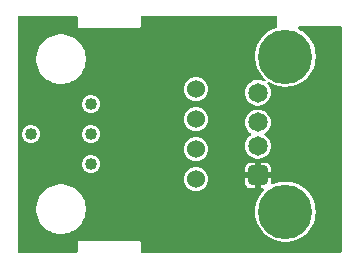
<source format=gbr>
G04 #@! TF.GenerationSoftware,KiCad,Pcbnew,8.0.6*
G04 #@! TF.CreationDate,2025-01-19T08:52:11-05:00*
G04 #@! TF.ProjectId,usbabrkout,75736261-6272-46b6-9f75-742e6b696361,v1.0.0*
G04 #@! TF.SameCoordinates,Original*
G04 #@! TF.FileFunction,Copper,L3,Inr*
G04 #@! TF.FilePolarity,Positive*
%FSLAX46Y46*%
G04 Gerber Fmt 4.6, Leading zero omitted, Abs format (unit mm)*
G04 Created by KiCad (PCBNEW 8.0.6) date 2025-01-19 08:52:11*
%MOMM*%
%LPD*%
G01*
G04 APERTURE LIST*
G04 Aperture macros list*
%AMRoundRect*
0 Rectangle with rounded corners*
0 $1 Rounding radius*
0 $2 $3 $4 $5 $6 $7 $8 $9 X,Y pos of 4 corners*
0 Add a 4 corners polygon primitive as box body*
4,1,4,$2,$3,$4,$5,$6,$7,$8,$9,$2,$3,0*
0 Add four circle primitives for the rounded corners*
1,1,$1+$1,$2,$3*
1,1,$1+$1,$4,$5*
1,1,$1+$1,$6,$7*
1,1,$1+$1,$8,$9*
0 Add four rect primitives between the rounded corners*
20,1,$1+$1,$2,$3,$4,$5,0*
20,1,$1+$1,$4,$5,$6,$7,0*
20,1,$1+$1,$6,$7,$8,$9,0*
20,1,$1+$1,$8,$9,$2,$3,0*%
G04 Aperture macros list end*
G04 #@! TA.AperFunction,ComponentPad*
%ADD10RoundRect,0.250000X0.575500X-0.575500X0.575500X0.575500X-0.575500X0.575500X-0.575500X-0.575500X0*%
G04 #@! TD*
G04 #@! TA.AperFunction,ComponentPad*
%ADD11C,1.651000*%
G04 #@! TD*
G04 #@! TA.AperFunction,ComponentPad*
%ADD12C,4.600000*%
G04 #@! TD*
G04 #@! TA.AperFunction,ComponentPad*
%ADD13C,1.016000*%
G04 #@! TD*
G04 #@! TA.AperFunction,ComponentPad*
%ADD14C,1.524000*%
G04 #@! TD*
G04 #@! TA.AperFunction,ViaPad*
%ADD15C,1.524000*%
G04 #@! TD*
G04 APERTURE END LIST*
D10*
X148750000Y-105100000D03*
D11*
X148750000Y-102600000D03*
X148750000Y-100600000D03*
X148750000Y-98100000D03*
D12*
X151080000Y-108170000D03*
X151080000Y-95030000D03*
D13*
X129540000Y-101600000D03*
X134620000Y-101600000D03*
X134620000Y-99060000D03*
X134620000Y-104140000D03*
D14*
X143510000Y-105410000D03*
X143510000Y-102870000D03*
X143510000Y-100330000D03*
X143510000Y-97790000D03*
D15*
X139700000Y-101600000D03*
G04 #@! TA.AperFunction,Conductor*
G36*
X133418621Y-91587502D02*
G01*
X133465114Y-91641158D01*
X133476500Y-91693500D01*
X133476500Y-92481361D01*
X133495911Y-92528224D01*
X133531775Y-92564088D01*
X133531776Y-92564088D01*
X133531777Y-92564089D01*
X133578639Y-92583500D01*
X138709361Y-92583500D01*
X138756223Y-92564089D01*
X138792089Y-92528223D01*
X138811500Y-92481361D01*
X138811500Y-91693500D01*
X138831502Y-91625379D01*
X138885158Y-91578886D01*
X138937500Y-91567500D01*
X150226500Y-91567500D01*
X150294621Y-91587502D01*
X150341114Y-91641158D01*
X150352500Y-91693500D01*
X150352500Y-92375361D01*
X150373435Y-92425903D01*
X150381024Y-92496493D01*
X150349245Y-92559980D01*
X150292564Y-92593674D01*
X150292910Y-92594738D01*
X150289141Y-92595962D01*
X149990305Y-92714280D01*
X149708658Y-92869116D01*
X149448644Y-93058028D01*
X149448643Y-93058028D01*
X149214356Y-93278039D01*
X149214346Y-93278050D01*
X149009484Y-93525685D01*
X149009482Y-93525688D01*
X148837277Y-93797040D01*
X148837269Y-93797054D01*
X148700430Y-94087853D01*
X148700426Y-94087862D01*
X148601111Y-94393520D01*
X148601108Y-94393533D01*
X148540884Y-94709240D01*
X148520704Y-95029994D01*
X148520704Y-95030005D01*
X148540884Y-95350759D01*
X148540884Y-95350763D01*
X148540885Y-95350765D01*
X148547870Y-95387381D01*
X148601108Y-95666466D01*
X148601111Y-95666479D01*
X148700426Y-95972137D01*
X148700430Y-95972146D01*
X148837269Y-96262945D01*
X148837277Y-96262959D01*
X149009482Y-96534311D01*
X149009484Y-96534314D01*
X149009486Y-96534316D01*
X149214354Y-96781959D01*
X149358654Y-96917466D01*
X149394619Y-96978678D01*
X149391781Y-97049618D01*
X149351041Y-97107762D01*
X149285333Y-97134650D01*
X149226885Y-97126807D01*
X149046753Y-97057023D01*
X148981185Y-97044766D01*
X148850053Y-97020254D01*
X148649947Y-97020254D01*
X148492862Y-97049618D01*
X148453243Y-97057024D01*
X148266660Y-97129307D01*
X148266653Y-97129310D01*
X148096517Y-97234653D01*
X147948637Y-97369463D01*
X147828049Y-97529149D01*
X147738851Y-97708284D01*
X147684091Y-97900745D01*
X147665628Y-98100000D01*
X147684091Y-98299254D01*
X147738851Y-98491715D01*
X147738852Y-98491717D01*
X147738853Y-98491720D01*
X147828048Y-98670848D01*
X147828049Y-98670850D01*
X147948637Y-98830536D01*
X148096517Y-98965346D01*
X148096519Y-98965347D01*
X148096520Y-98965348D01*
X148266654Y-99070690D01*
X148453248Y-99142977D01*
X148649947Y-99179746D01*
X148649949Y-99179746D01*
X148850051Y-99179746D01*
X148850053Y-99179746D01*
X149046752Y-99142977D01*
X149233346Y-99070690D01*
X149403480Y-98965348D01*
X149551361Y-98830537D01*
X149671952Y-98670848D01*
X149761147Y-98491720D01*
X149815909Y-98299253D01*
X149834372Y-98100000D01*
X149815909Y-97900747D01*
X149761147Y-97708280D01*
X149671952Y-97529152D01*
X149671950Y-97529149D01*
X149564197Y-97386460D01*
X149539107Y-97320044D01*
X149553907Y-97250607D01*
X149603898Y-97200195D01*
X149673208Y-97184812D01*
X149725445Y-97200112D01*
X149990305Y-97345720D01*
X150289134Y-97464035D01*
X150289139Y-97464036D01*
X150289141Y-97464037D01*
X150289147Y-97464039D01*
X150527472Y-97525230D01*
X150600436Y-97543964D01*
X150600439Y-97543964D01*
X150600442Y-97543965D01*
X150919284Y-97584244D01*
X150919300Y-97584246D01*
X150919303Y-97584246D01*
X151240697Y-97584246D01*
X151240700Y-97584246D01*
X151392453Y-97565075D01*
X151559557Y-97543965D01*
X151559558Y-97543964D01*
X151559564Y-97543964D01*
X151724939Y-97501502D01*
X151870852Y-97464039D01*
X151870858Y-97464037D01*
X151870857Y-97464037D01*
X151870866Y-97464035D01*
X152169695Y-97345720D01*
X152451339Y-97190885D01*
X152711357Y-97001971D01*
X152945646Y-96781959D01*
X153150514Y-96534316D01*
X153322728Y-96262950D01*
X153459573Y-95972140D01*
X153558891Y-95666471D01*
X153619115Y-95350765D01*
X153630122Y-95175802D01*
X153639296Y-95030005D01*
X153639296Y-95029994D01*
X153627356Y-94840220D01*
X153619115Y-94709235D01*
X153558891Y-94393529D01*
X153459573Y-94087860D01*
X153322728Y-93797050D01*
X153150514Y-93525684D01*
X152945646Y-93278041D01*
X152711357Y-93058029D01*
X152711356Y-93058028D01*
X152451341Y-92869116D01*
X152410397Y-92846606D01*
X152169695Y-92714280D01*
X152169691Y-92714278D01*
X152169030Y-92713915D01*
X152118971Y-92663569D01*
X152104078Y-92594152D01*
X152129079Y-92527703D01*
X152186036Y-92485319D01*
X152229731Y-92477500D01*
X155746500Y-92477500D01*
X155814621Y-92497502D01*
X155861114Y-92551158D01*
X155872500Y-92603500D01*
X155872500Y-111506500D01*
X155852498Y-111574621D01*
X155798842Y-111621114D01*
X155746500Y-111632500D01*
X138937500Y-111632500D01*
X138869379Y-111612498D01*
X138822886Y-111558842D01*
X138811500Y-111506500D01*
X138811500Y-110718638D01*
X138792088Y-110671775D01*
X138756224Y-110635911D01*
X138709361Y-110616500D01*
X133629361Y-110616500D01*
X133578639Y-110616500D01*
X133531775Y-110635911D01*
X133495911Y-110671775D01*
X133476500Y-110718638D01*
X133476500Y-111506500D01*
X133456498Y-111574621D01*
X133402842Y-111621114D01*
X133350500Y-111632500D01*
X128523500Y-111632500D01*
X128455379Y-111612498D01*
X128408886Y-111558842D01*
X128397500Y-111506500D01*
X128397500Y-107812618D01*
X129984000Y-107812618D01*
X129984000Y-108087381D01*
X130019861Y-108359779D01*
X130019862Y-108359785D01*
X130019863Y-108359787D01*
X130090976Y-108625183D01*
X130196121Y-108879026D01*
X130196122Y-108879027D01*
X130196127Y-108879037D01*
X130333498Y-109116970D01*
X130333503Y-109116977D01*
X130500758Y-109334948D01*
X130500777Y-109334969D01*
X130695030Y-109529222D01*
X130695040Y-109529231D01*
X130695046Y-109529237D01*
X130695049Y-109529239D01*
X130695051Y-109529241D01*
X130913022Y-109696496D01*
X130913026Y-109696499D01*
X131150974Y-109833879D01*
X131404817Y-109939024D01*
X131670213Y-110010137D01*
X131670219Y-110010137D01*
X131670220Y-110010138D01*
X131701480Y-110014253D01*
X131942621Y-110046000D01*
X131942628Y-110046000D01*
X132217372Y-110046000D01*
X132217379Y-110046000D01*
X132489787Y-110010137D01*
X132755183Y-109939024D01*
X133009026Y-109833879D01*
X133246974Y-109696499D01*
X133464954Y-109529237D01*
X133659237Y-109334954D01*
X133826499Y-109116974D01*
X133963879Y-108879026D01*
X134069024Y-108625183D01*
X134140137Y-108359787D01*
X134176000Y-108087379D01*
X134176000Y-107812621D01*
X134140137Y-107540213D01*
X134069024Y-107274817D01*
X133963879Y-107020974D01*
X133826499Y-106783026D01*
X133659237Y-106565046D01*
X133659231Y-106565040D01*
X133659222Y-106565030D01*
X133464969Y-106370777D01*
X133464948Y-106370758D01*
X133246977Y-106203503D01*
X133246970Y-106203498D01*
X133009037Y-106066127D01*
X133009032Y-106066124D01*
X133009026Y-106066121D01*
X132755183Y-105960976D01*
X132489787Y-105889863D01*
X132489785Y-105889862D01*
X132489779Y-105889861D01*
X132217381Y-105854000D01*
X132217379Y-105854000D01*
X131942621Y-105854000D01*
X131942618Y-105854000D01*
X131670220Y-105889861D01*
X131404821Y-105960975D01*
X131404817Y-105960976D01*
X131150972Y-106066122D01*
X131150962Y-106066127D01*
X130913029Y-106203498D01*
X130913022Y-106203503D01*
X130695051Y-106370758D01*
X130695030Y-106370777D01*
X130500777Y-106565030D01*
X130500758Y-106565051D01*
X130333503Y-106783022D01*
X130333498Y-106783029D01*
X130196127Y-107020962D01*
X130196122Y-107020972D01*
X130090976Y-107274817D01*
X130090975Y-107274821D01*
X130019861Y-107540220D01*
X129984000Y-107812618D01*
X128397500Y-107812618D01*
X128397500Y-105409996D01*
X142488837Y-105409996D01*
X142488837Y-105410003D01*
X142508456Y-105609212D01*
X142508457Y-105609218D01*
X142508458Y-105609219D01*
X142566568Y-105800782D01*
X142660934Y-105977328D01*
X142787929Y-106132071D01*
X142942672Y-106259066D01*
X143119218Y-106353432D01*
X143310781Y-106411542D01*
X143310785Y-106411542D01*
X143310787Y-106411543D01*
X143509997Y-106431163D01*
X143510000Y-106431163D01*
X143510003Y-106431163D01*
X143709212Y-106411543D01*
X143709213Y-106411542D01*
X143709219Y-106411542D01*
X143900782Y-106353432D01*
X144077328Y-106259066D01*
X144232071Y-106132071D01*
X144359066Y-105977328D01*
X144453432Y-105800782D01*
X144511542Y-105609219D01*
X144531163Y-105410000D01*
X144531163Y-105409996D01*
X144511543Y-105210787D01*
X144511542Y-105210785D01*
X144511542Y-105210781D01*
X144453432Y-105019218D01*
X144359066Y-104842672D01*
X144232071Y-104687929D01*
X144077328Y-104560934D01*
X143919014Y-104476313D01*
X147670754Y-104476313D01*
X147670754Y-104846000D01*
X148365486Y-104846000D01*
X148321349Y-104922447D01*
X148290000Y-105039440D01*
X148290000Y-105160560D01*
X148321349Y-105277553D01*
X148365486Y-105354000D01*
X147670755Y-105354000D01*
X147670755Y-105723670D01*
X147670756Y-105723691D01*
X147677204Y-105783677D01*
X147677204Y-105783678D01*
X147727825Y-105919401D01*
X147814634Y-106035365D01*
X147930598Y-106122174D01*
X148066319Y-106172794D01*
X148066317Y-106172794D01*
X148126319Y-106179245D01*
X148496000Y-106179245D01*
X148496000Y-105484514D01*
X148572447Y-105528651D01*
X148689440Y-105560000D01*
X148810560Y-105560000D01*
X148927553Y-105528651D01*
X149004000Y-105484514D01*
X149004000Y-106179245D01*
X149150407Y-106179245D01*
X149218528Y-106199247D01*
X149265021Y-106252903D01*
X149275125Y-106323177D01*
X149245631Y-106387757D01*
X149236667Y-106397087D01*
X149221275Y-106411542D01*
X149214356Y-106418039D01*
X149214346Y-106418050D01*
X149009484Y-106665685D01*
X149009482Y-106665688D01*
X148837277Y-106937040D01*
X148837269Y-106937054D01*
X148700430Y-107227853D01*
X148700426Y-107227862D01*
X148601111Y-107533520D01*
X148601108Y-107533533D01*
X148540884Y-107849240D01*
X148520704Y-108169994D01*
X148520704Y-108170005D01*
X148540884Y-108490759D01*
X148601108Y-108806466D01*
X148601111Y-108806479D01*
X148700426Y-109112137D01*
X148700430Y-109112146D01*
X148837269Y-109402945D01*
X148837277Y-109402959D01*
X149009482Y-109674311D01*
X149009484Y-109674314D01*
X149009486Y-109674316D01*
X149214354Y-109921959D01*
X149448643Y-110141971D01*
X149708661Y-110330885D01*
X149990305Y-110485720D01*
X150289134Y-110604035D01*
X150289139Y-110604036D01*
X150289141Y-110604037D01*
X150289147Y-110604039D01*
X150527472Y-110665230D01*
X150600436Y-110683964D01*
X150600439Y-110683964D01*
X150600442Y-110683965D01*
X150874908Y-110718638D01*
X150919300Y-110724246D01*
X150919303Y-110724246D01*
X151240697Y-110724246D01*
X151240700Y-110724246D01*
X151392453Y-110705075D01*
X151559557Y-110683965D01*
X151559558Y-110683964D01*
X151559564Y-110683964D01*
X151746718Y-110635911D01*
X151870852Y-110604039D01*
X151870858Y-110604037D01*
X151870857Y-110604037D01*
X151870866Y-110604035D01*
X152169695Y-110485720D01*
X152451339Y-110330885D01*
X152711357Y-110141971D01*
X152945646Y-109921959D01*
X153150514Y-109674316D01*
X153322728Y-109402950D01*
X153459573Y-109112140D01*
X153558891Y-108806471D01*
X153619115Y-108490765D01*
X153639296Y-108170000D01*
X153634097Y-108087372D01*
X153619115Y-107849240D01*
X153619115Y-107849235D01*
X153558891Y-107533529D01*
X153459573Y-107227860D01*
X153322728Y-106937050D01*
X153322722Y-106937040D01*
X153150517Y-106665688D01*
X153150515Y-106665685D01*
X152945653Y-106418050D01*
X152945646Y-106418041D01*
X152711357Y-106198029D01*
X152620574Y-106132071D01*
X152451341Y-106009116D01*
X152363774Y-105960976D01*
X152169695Y-105854280D01*
X151870866Y-105735965D01*
X151870864Y-105735964D01*
X151870858Y-105735962D01*
X151870852Y-105735960D01*
X151559570Y-105656037D01*
X151559557Y-105656034D01*
X151240715Y-105615755D01*
X151240702Y-105615754D01*
X151240700Y-105615754D01*
X150919300Y-105615754D01*
X150919297Y-105615754D01*
X150919284Y-105615755D01*
X150600442Y-105656034D01*
X150600429Y-105656037D01*
X150289147Y-105735960D01*
X150289136Y-105735964D01*
X150001323Y-105849917D01*
X149930623Y-105856396D01*
X149867643Y-105823624D01*
X149832379Y-105762004D01*
X149829120Y-105726023D01*
X149829246Y-105723671D01*
X149829246Y-105354000D01*
X149134514Y-105354000D01*
X149178651Y-105277553D01*
X149210000Y-105160560D01*
X149210000Y-105039440D01*
X149178651Y-104922447D01*
X149134514Y-104846000D01*
X149829245Y-104846000D01*
X149829245Y-104476329D01*
X149829243Y-104476308D01*
X149822795Y-104416322D01*
X149822795Y-104416321D01*
X149772174Y-104280598D01*
X149685365Y-104164634D01*
X149569401Y-104077825D01*
X149433680Y-104027205D01*
X149433682Y-104027205D01*
X149373686Y-104020754D01*
X149004000Y-104020754D01*
X149004000Y-104715485D01*
X148927553Y-104671349D01*
X148810560Y-104640000D01*
X148689440Y-104640000D01*
X148572447Y-104671349D01*
X148496000Y-104715485D01*
X148496000Y-104020754D01*
X148126329Y-104020754D01*
X148126308Y-104020756D01*
X148066322Y-104027204D01*
X148066321Y-104027204D01*
X147930598Y-104077825D01*
X147814634Y-104164634D01*
X147727825Y-104280598D01*
X147677205Y-104416318D01*
X147670754Y-104476313D01*
X143919014Y-104476313D01*
X143900782Y-104466568D01*
X143709219Y-104408458D01*
X143709218Y-104408457D01*
X143709212Y-104408456D01*
X143510003Y-104388837D01*
X143509997Y-104388837D01*
X143310787Y-104408456D01*
X143119217Y-104466568D01*
X142942671Y-104560934D01*
X142787929Y-104687929D01*
X142660934Y-104842671D01*
X142566568Y-105019217D01*
X142508456Y-105210787D01*
X142488837Y-105409996D01*
X128397500Y-105409996D01*
X128397500Y-104140000D01*
X133852931Y-104140000D01*
X133872163Y-104310689D01*
X133872164Y-104310691D01*
X133928893Y-104472815D01*
X133928894Y-104472817D01*
X133928895Y-104472819D01*
X133984261Y-104560934D01*
X134020284Y-104618264D01*
X134141735Y-104739715D01*
X134141737Y-104739716D01*
X134141740Y-104739719D01*
X134287181Y-104831105D01*
X134449311Y-104887837D01*
X134620000Y-104907069D01*
X134790689Y-104887837D01*
X134952819Y-104831105D01*
X135098260Y-104739719D01*
X135219719Y-104618260D01*
X135311105Y-104472819D01*
X135367837Y-104310689D01*
X135387069Y-104140000D01*
X135367837Y-103969311D01*
X135311105Y-103807181D01*
X135219719Y-103661740D01*
X135219716Y-103661737D01*
X135219715Y-103661735D01*
X135098264Y-103540284D01*
X135098261Y-103540282D01*
X135098260Y-103540281D01*
X134952819Y-103448895D01*
X134952817Y-103448894D01*
X134952815Y-103448893D01*
X134844732Y-103411073D01*
X134790689Y-103392163D01*
X134620000Y-103372931D01*
X134449311Y-103392163D01*
X134449308Y-103392163D01*
X134449308Y-103392164D01*
X134287184Y-103448893D01*
X134141735Y-103540284D01*
X134020284Y-103661735D01*
X133928893Y-103807184D01*
X133899508Y-103891163D01*
X133872163Y-103969311D01*
X133852931Y-104140000D01*
X128397500Y-104140000D01*
X128397500Y-102869996D01*
X142488837Y-102869996D01*
X142488837Y-102870003D01*
X142508456Y-103069212D01*
X142508457Y-103069218D01*
X142508458Y-103069219D01*
X142566568Y-103260782D01*
X142660934Y-103437328D01*
X142787929Y-103592071D01*
X142942672Y-103719066D01*
X143119218Y-103813432D01*
X143310781Y-103871542D01*
X143310785Y-103871542D01*
X143310787Y-103871543D01*
X143509997Y-103891163D01*
X143510000Y-103891163D01*
X143510003Y-103891163D01*
X143709212Y-103871543D01*
X143709213Y-103871542D01*
X143709219Y-103871542D01*
X143900782Y-103813432D01*
X144077328Y-103719066D01*
X144232071Y-103592071D01*
X144359066Y-103437328D01*
X144453432Y-103260782D01*
X144511542Y-103069219D01*
X144519176Y-102991715D01*
X144531163Y-102870003D01*
X144531163Y-102869996D01*
X144511543Y-102670787D01*
X144511542Y-102670785D01*
X144511542Y-102670781D01*
X144453432Y-102479218D01*
X144359066Y-102302672D01*
X144232071Y-102147929D01*
X144077328Y-102020934D01*
X143900782Y-101926568D01*
X143709219Y-101868458D01*
X143709218Y-101868457D01*
X143709212Y-101868456D01*
X143510003Y-101848837D01*
X143509997Y-101848837D01*
X143310787Y-101868456D01*
X143119217Y-101926568D01*
X142942671Y-102020934D01*
X142787929Y-102147929D01*
X142660934Y-102302671D01*
X142566568Y-102479217D01*
X142508456Y-102670787D01*
X142488837Y-102869996D01*
X128397500Y-102869996D01*
X128397500Y-101600000D01*
X128772931Y-101600000D01*
X128792163Y-101770689D01*
X128792164Y-101770691D01*
X128848893Y-101932815D01*
X128848894Y-101932817D01*
X128848895Y-101932819D01*
X128904261Y-102020934D01*
X128940284Y-102078264D01*
X129061735Y-102199715D01*
X129061737Y-102199716D01*
X129061740Y-102199719D01*
X129207181Y-102291105D01*
X129369311Y-102347837D01*
X129540000Y-102367069D01*
X129710689Y-102347837D01*
X129872819Y-102291105D01*
X130018260Y-102199719D01*
X130139719Y-102078260D01*
X130231105Y-101932819D01*
X130287837Y-101770689D01*
X130307069Y-101600000D01*
X133852931Y-101600000D01*
X133872163Y-101770689D01*
X133872164Y-101770691D01*
X133928893Y-101932815D01*
X133928894Y-101932817D01*
X133928895Y-101932819D01*
X133984261Y-102020934D01*
X134020284Y-102078264D01*
X134141735Y-102199715D01*
X134141737Y-102199716D01*
X134141740Y-102199719D01*
X134287181Y-102291105D01*
X134449311Y-102347837D01*
X134620000Y-102367069D01*
X134790689Y-102347837D01*
X134952819Y-102291105D01*
X135098260Y-102199719D01*
X135219719Y-102078260D01*
X135311105Y-101932819D01*
X135367837Y-101770689D01*
X135387069Y-101600000D01*
X135367837Y-101429311D01*
X135311105Y-101267181D01*
X135219719Y-101121740D01*
X135219716Y-101121737D01*
X135219715Y-101121735D01*
X135098264Y-101000284D01*
X135098261Y-101000282D01*
X135098260Y-101000281D01*
X134952819Y-100908895D01*
X134952817Y-100908894D01*
X134952815Y-100908893D01*
X134844732Y-100871073D01*
X134790689Y-100852163D01*
X134620000Y-100832931D01*
X134449311Y-100852163D01*
X134449308Y-100852163D01*
X134449308Y-100852164D01*
X134287184Y-100908893D01*
X134141735Y-101000284D01*
X134020284Y-101121735D01*
X133928893Y-101267184D01*
X133899508Y-101351163D01*
X133872163Y-101429311D01*
X133852931Y-101600000D01*
X130307069Y-101600000D01*
X130287837Y-101429311D01*
X130231105Y-101267181D01*
X130139719Y-101121740D01*
X130139716Y-101121737D01*
X130139715Y-101121735D01*
X130018264Y-101000284D01*
X130018261Y-101000282D01*
X130018260Y-101000281D01*
X129872819Y-100908895D01*
X129872817Y-100908894D01*
X129872815Y-100908893D01*
X129764732Y-100871073D01*
X129710689Y-100852163D01*
X129540000Y-100832931D01*
X129369311Y-100852163D01*
X129369308Y-100852163D01*
X129369308Y-100852164D01*
X129207184Y-100908893D01*
X129061735Y-101000284D01*
X128940284Y-101121735D01*
X128848893Y-101267184D01*
X128819508Y-101351163D01*
X128792163Y-101429311D01*
X128772931Y-101600000D01*
X128397500Y-101600000D01*
X128397500Y-100329996D01*
X142488837Y-100329996D01*
X142488837Y-100330003D01*
X142508456Y-100529212D01*
X142508457Y-100529218D01*
X142508458Y-100529219D01*
X142566568Y-100720782D01*
X142660934Y-100897328D01*
X142787929Y-101052071D01*
X142942672Y-101179066D01*
X143119218Y-101273432D01*
X143310781Y-101331542D01*
X143310785Y-101331542D01*
X143310787Y-101331543D01*
X143509997Y-101351163D01*
X143510000Y-101351163D01*
X143510003Y-101351163D01*
X143709212Y-101331543D01*
X143709213Y-101331542D01*
X143709219Y-101331542D01*
X143900782Y-101273432D01*
X144077328Y-101179066D01*
X144232071Y-101052071D01*
X144359066Y-100897328D01*
X144453432Y-100720782D01*
X144490071Y-100600000D01*
X147665628Y-100600000D01*
X147684091Y-100799254D01*
X147738851Y-100991715D01*
X147738852Y-100991717D01*
X147738853Y-100991720D01*
X147803593Y-101121735D01*
X147828049Y-101170850D01*
X147948637Y-101330536D01*
X148096518Y-101465347D01*
X148140974Y-101492873D01*
X148188361Y-101545740D01*
X148199644Y-101615834D01*
X148171240Y-101680901D01*
X148140974Y-101707127D01*
X148096518Y-101734652D01*
X147948637Y-101869463D01*
X147828049Y-102029149D01*
X147738851Y-102208284D01*
X147684091Y-102400745D01*
X147665628Y-102600000D01*
X147684091Y-102799254D01*
X147738851Y-102991715D01*
X147738852Y-102991717D01*
X147738853Y-102991720D01*
X147777443Y-103069219D01*
X147828049Y-103170850D01*
X147948637Y-103330536D01*
X148096517Y-103465346D01*
X148096519Y-103465347D01*
X148096520Y-103465348D01*
X148266654Y-103570690D01*
X148453248Y-103642977D01*
X148649947Y-103679746D01*
X148649949Y-103679746D01*
X148850051Y-103679746D01*
X148850053Y-103679746D01*
X149046752Y-103642977D01*
X149233346Y-103570690D01*
X149403480Y-103465348D01*
X149551361Y-103330537D01*
X149671952Y-103170848D01*
X149761147Y-102991720D01*
X149815909Y-102799253D01*
X149834372Y-102600000D01*
X149815909Y-102400747D01*
X149761147Y-102208280D01*
X149671952Y-102029152D01*
X149665746Y-102020934D01*
X149551362Y-101869463D01*
X149403482Y-101734653D01*
X149391101Y-101726987D01*
X149359024Y-101707126D01*
X149311638Y-101654261D01*
X149300355Y-101584167D01*
X149328758Y-101519100D01*
X149359025Y-101492873D01*
X149403480Y-101465348D01*
X149551361Y-101330537D01*
X149671952Y-101170848D01*
X149761147Y-100991720D01*
X149815909Y-100799253D01*
X149834372Y-100600000D01*
X149815909Y-100400747D01*
X149761147Y-100208280D01*
X149671952Y-100029152D01*
X149671950Y-100029149D01*
X149551362Y-99869463D01*
X149403482Y-99734653D01*
X149233346Y-99629310D01*
X149233339Y-99629307D01*
X149046755Y-99557024D01*
X149046756Y-99557024D01*
X149046753Y-99557023D01*
X149046752Y-99557023D01*
X148850053Y-99520254D01*
X148649947Y-99520254D01*
X148453248Y-99557023D01*
X148453243Y-99557024D01*
X148266660Y-99629307D01*
X148266653Y-99629310D01*
X148096517Y-99734653D01*
X147948637Y-99869463D01*
X147828049Y-100029149D01*
X147738851Y-100208284D01*
X147684091Y-100400745D01*
X147665628Y-100600000D01*
X144490071Y-100600000D01*
X144511542Y-100529219D01*
X144524196Y-100400745D01*
X144531163Y-100330003D01*
X144531163Y-100329996D01*
X144511543Y-100130787D01*
X144511542Y-100130785D01*
X144511542Y-100130781D01*
X144453432Y-99939218D01*
X144359066Y-99762672D01*
X144232071Y-99607929D01*
X144077328Y-99480934D01*
X143900782Y-99386568D01*
X143709219Y-99328458D01*
X143709218Y-99328457D01*
X143709212Y-99328456D01*
X143510003Y-99308837D01*
X143509997Y-99308837D01*
X143310787Y-99328456D01*
X143119217Y-99386568D01*
X142942671Y-99480934D01*
X142787929Y-99607929D01*
X142660934Y-99762671D01*
X142566568Y-99939217D01*
X142508456Y-100130787D01*
X142488837Y-100329996D01*
X128397500Y-100329996D01*
X128397500Y-99060000D01*
X133852931Y-99060000D01*
X133872163Y-99230689D01*
X133872164Y-99230691D01*
X133928893Y-99392815D01*
X133928894Y-99392817D01*
X133928895Y-99392819D01*
X134020281Y-99538260D01*
X134020284Y-99538264D01*
X134141735Y-99659715D01*
X134141737Y-99659716D01*
X134141740Y-99659719D01*
X134287181Y-99751105D01*
X134449311Y-99807837D01*
X134620000Y-99827069D01*
X134790689Y-99807837D01*
X134952819Y-99751105D01*
X135098260Y-99659719D01*
X135219719Y-99538260D01*
X135311105Y-99392819D01*
X135367837Y-99230689D01*
X135387069Y-99060000D01*
X135367837Y-98889311D01*
X135311105Y-98727181D01*
X135219719Y-98581740D01*
X135219716Y-98581737D01*
X135219715Y-98581735D01*
X135098264Y-98460284D01*
X135098261Y-98460282D01*
X135098260Y-98460281D01*
X134952819Y-98368895D01*
X134952817Y-98368894D01*
X134952815Y-98368893D01*
X134844732Y-98331073D01*
X134790689Y-98312163D01*
X134620000Y-98292931D01*
X134449311Y-98312163D01*
X134449308Y-98312163D01*
X134449308Y-98312164D01*
X134287184Y-98368893D01*
X134141735Y-98460284D01*
X134020284Y-98581735D01*
X133928893Y-98727184D01*
X133899508Y-98811163D01*
X133872163Y-98889311D01*
X133852931Y-99060000D01*
X128397500Y-99060000D01*
X128397500Y-97789996D01*
X142488837Y-97789996D01*
X142488837Y-97790003D01*
X142508456Y-97989212D01*
X142508457Y-97989218D01*
X142508458Y-97989219D01*
X142566568Y-98180782D01*
X142660934Y-98357328D01*
X142787929Y-98512071D01*
X142942672Y-98639066D01*
X143119218Y-98733432D01*
X143310781Y-98791542D01*
X143310785Y-98791542D01*
X143310787Y-98791543D01*
X143509997Y-98811163D01*
X143510000Y-98811163D01*
X143510003Y-98811163D01*
X143709212Y-98791543D01*
X143709213Y-98791542D01*
X143709219Y-98791542D01*
X143900782Y-98733432D01*
X144077328Y-98639066D01*
X144232071Y-98512071D01*
X144359066Y-98357328D01*
X144453432Y-98180782D01*
X144511542Y-97989219D01*
X144531163Y-97790000D01*
X144523115Y-97708284D01*
X144511543Y-97590787D01*
X144511542Y-97590785D01*
X144511542Y-97590781D01*
X144453432Y-97399218D01*
X144359066Y-97222672D01*
X144232071Y-97067929D01*
X144077328Y-96940934D01*
X143900782Y-96846568D01*
X143709219Y-96788458D01*
X143709218Y-96788457D01*
X143709212Y-96788456D01*
X143510003Y-96768837D01*
X143509997Y-96768837D01*
X143310787Y-96788456D01*
X143119217Y-96846568D01*
X142942671Y-96940934D01*
X142787929Y-97067929D01*
X142660934Y-97222671D01*
X142566568Y-97399217D01*
X142508456Y-97590787D01*
X142488837Y-97789996D01*
X128397500Y-97789996D01*
X128397500Y-95112618D01*
X129984000Y-95112618D01*
X129984000Y-95387381D01*
X130019861Y-95659779D01*
X130019862Y-95659785D01*
X130019863Y-95659787D01*
X130090976Y-95925183D01*
X130196121Y-96179026D01*
X130196122Y-96179027D01*
X130196127Y-96179037D01*
X130333498Y-96416970D01*
X130333503Y-96416977D01*
X130500758Y-96634948D01*
X130500777Y-96634969D01*
X130695030Y-96829222D01*
X130695040Y-96829231D01*
X130695046Y-96829237D01*
X130695049Y-96829239D01*
X130695051Y-96829241D01*
X130913022Y-96996496D01*
X130913029Y-96996501D01*
X131005030Y-97049618D01*
X131150974Y-97133879D01*
X131404817Y-97239024D01*
X131670213Y-97310137D01*
X131670219Y-97310137D01*
X131670220Y-97310138D01*
X131701480Y-97314253D01*
X131942621Y-97346000D01*
X131942628Y-97346000D01*
X132217372Y-97346000D01*
X132217379Y-97346000D01*
X132489787Y-97310137D01*
X132755183Y-97239024D01*
X133009026Y-97133879D01*
X133246974Y-96996499D01*
X133464954Y-96829237D01*
X133659237Y-96634954D01*
X133826499Y-96416974D01*
X133963879Y-96179026D01*
X134069024Y-95925183D01*
X134140137Y-95659787D01*
X134176000Y-95387379D01*
X134176000Y-95112621D01*
X134140137Y-94840213D01*
X134069024Y-94574817D01*
X133963879Y-94320974D01*
X133826499Y-94083026D01*
X133659237Y-93865046D01*
X133659231Y-93865040D01*
X133659222Y-93865030D01*
X133464969Y-93670777D01*
X133464948Y-93670758D01*
X133246977Y-93503503D01*
X133246970Y-93503498D01*
X133009037Y-93366127D01*
X133009032Y-93366124D01*
X133009026Y-93366121D01*
X132755183Y-93260976D01*
X132489787Y-93189863D01*
X132489785Y-93189862D01*
X132489779Y-93189861D01*
X132217381Y-93154000D01*
X132217379Y-93154000D01*
X131942621Y-93154000D01*
X131942618Y-93154000D01*
X131670220Y-93189861D01*
X131404821Y-93260975D01*
X131404817Y-93260976D01*
X131150972Y-93366122D01*
X131150962Y-93366127D01*
X130913029Y-93503498D01*
X130913022Y-93503503D01*
X130695051Y-93670758D01*
X130695030Y-93670777D01*
X130500777Y-93865030D01*
X130500758Y-93865051D01*
X130333503Y-94083022D01*
X130333498Y-94083029D01*
X130196127Y-94320962D01*
X130196122Y-94320972D01*
X130090976Y-94574817D01*
X130090975Y-94574821D01*
X130019861Y-94840220D01*
X129984000Y-95112618D01*
X128397500Y-95112618D01*
X128397500Y-91693500D01*
X128417502Y-91625379D01*
X128471158Y-91578886D01*
X128523500Y-91567500D01*
X133350500Y-91567500D01*
X133418621Y-91587502D01*
G37*
G04 #@! TD.AperFunction*
M02*

</source>
